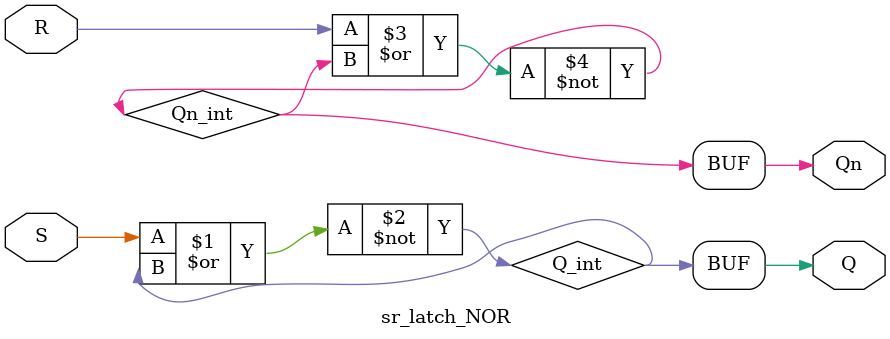
<source format=v>
`timescale 1ns / 1ps


module sr_latch_NOR(

input R,
input S,
output Q,
output Qn

    );
    
    wire Q_int, Qn_int;

assign #1 Q_int = ~(S | Q_int);
assign #1 Qn_int = ~(R | Qn_int);
assign Q = Q_int;
assign Qn = Qn_int;
    
endmodule

</source>
